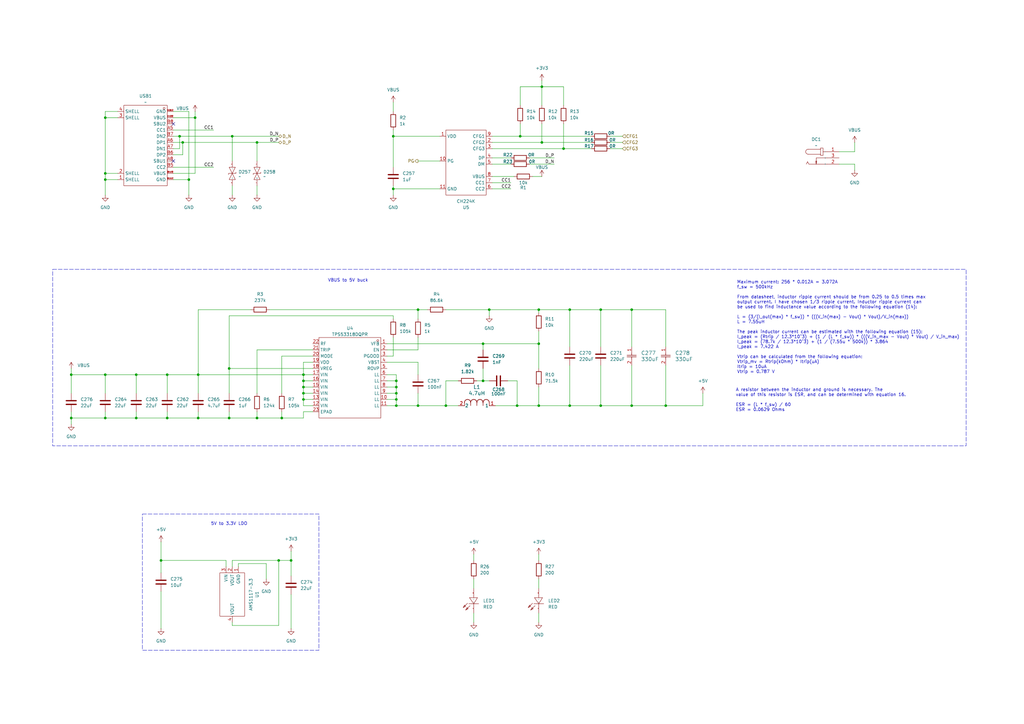
<source format=kicad_sch>
(kicad_sch (version 20250114) (generator "eeschema") (generator_version "9.0")
  (paper "A3")
  (lib_symbols
    (symbol "Device:C" (pin_numbers (hide yes)) (pin_names (offset 0.254))
      (property "Reference" "C" (at 0.635 2.54 0))
      (property "Value" "C" (at 0.635 -2.54 0))
      (symbol "C_1_1"
        (pin passive line (at 0 3.81 270) (length 2.794) (name "~") (number "1"))
        (pin passive line (at 0 -3.81 90) (length 2.794) (name "~") (number "2"))
      )
    )
    (symbol "Device:R" (pin_numbers (hide yes)) (pin_names (offset 0))
      (property "Reference" "R" (at 2.032 0 90))
      (property "Value" "R" (at 0 0 90))
      (symbol "R_1_1"
        (pin passive line (at 0 3.81 270) (length 1.27) (name "~") (number "1"))
        (pin passive line (at 0 -3.81 90) (length 1.27) (name "~") (number "2"))
      )
    )
    (symbol "led_matrix:293D337X9010E2TE3" (pin_names (offset 0.254))
      (property "Reference" "C" (at 3.81 3.81 0))
      (property "Value" "330uF" (at 3.81 -3.81 0))
      (symbol "293D337X9010E2TE3_1_1"
        (pin unspecified line (at 0 0 0) (length 2.54) (name "") (number "1"))
        (pin unspecified line (at 7.62 0 180) (length 2.54) (name "") (number "2"))
      )
      (symbol "293D337X9010E2TE3_1_2"
        (pin unspecified line (at 0 0 270) (length 2.54) (name "") (number "1"))
        (pin unspecified line (at 0 -7.62 90) (length 2.54) (name "") (number "2"))
      )
    )
    (symbol "led_matrix:AMS1117-3.3"
      (property "Reference" "U" (at 0 8.636 0))
      (property "Value" "AMS1117-3.3" (at 0.508 6.35 0))
      (symbol "AMS1117-3.3_1_0"
        (pin unspecified line (at -11.43 2.54 0) (length 2.54) (name "GND") (number "1"))
        (pin unspecified line (at -11.43 0 0) (length 2.54) (name "VOUT") (number "2"))
        (pin unspecified line (at -11.43 -2.54 0) (length 2.54) (name "VIN") (number "3"))
        (pin unspecified line (at 11.43 0 180) (length 2.54) (name "VOUT") (number "4"))
      )
    )
    (symbol "led_matrix:CH224K"
      (property "Reference" "U" (at -1.016 16.256 0))
      (property "Value" "CH224K" (at -0.508 14.224 0))
      (symbol "CH224K_1_0"
        (pin unspecified line (at -11.43 10.16 0) (length 2.54) (name "CFG1") (number "9"))
        (pin unspecified line (at -11.43 7.62 0) (length 2.54) (name "CFG2") (number "2"))
        (pin unspecified line (at -11.43 5.08 0) (length 2.54) (name "CFG3") (number "3"))
        (pin unspecified line (at -11.43 1.27 0) (length 2.54) (name "DP") (number "4"))
        (pin unspecified line (at -11.43 -1.27 0) (length 2.54) (name "DM") (number "5"))
        (pin unspecified line (at -11.43 -6.35 0) (length 2.54) (name "VBUS") (number "8"))
        (pin unspecified line (at -11.43 -8.89 0) (length 2.54) (name "CC1") (number "7"))
        (pin unspecified line (at -11.43 -11.43 0) (length 2.54) (name "CC2") (number "6"))
        (pin unspecified line (at 10.16 10.16 180) (length 2.54) (name "VDD") (number "1"))
        (pin unspecified line (at 10.16 0 180) (length 2.54) (name "PG") (number "10"))
        (pin unspecified line (at 10.16 -11.43 180) (length 2.54) (name "GND") (number "11"))
      )
    )
    (symbol "led_matrix:DC-005-5A-2.5-SMT"
      (property "Reference" "DC" (at 0 0 0))
      (symbol "DC-005-5A-2.5-SMT_1_0"
        (pin unspecified line (at 7.62 2.54 180) (length 5.08) (name "1") (number "1"))
        (pin unspecified line (at 7.62 0 180) (length 5.08) (name "3") (number "3"))
        (pin unspecified line (at 7.62 -2.54 180) (length 5.08) (name "2") (number "2"))
      )
    )
    (symbol "led_matrix:GT-USB-7047A"
      (property "Reference" "USB" (at 0 0 0))
      (symbol "GT-USB-7047A_1_0"
        (pin unspecified line (at -12.7 15.24 0) (length 2.54) (name "GND") (number "A1B12"))
        (pin unspecified line (at -12.7 12.7 0) (length 2.54) (name "VBUS") (number "A4B9"))
        (pin unspecified line (at -12.7 10.16 0) (length 2.54) (name "SBU2") (number "B8"))
        (pin unspecified line (at -12.7 7.62 0) (length 2.54) (name "CC1") (number "A5"))
        (pin unspecified line (at -12.7 5.08 0) (length 2.54) (name "DN2") (number "B7"))
        (pin unspecified line (at -12.7 2.54 0) (length 2.54) (name "DP1") (number "A6"))
        (pin unspecified line (at -12.7 0 0) (length 2.54) (name "DN1") (number "A7"))
        (pin unspecified line (at -12.7 -2.54 0) (length 2.54) (name "DP2") (number "B6"))
        (pin unspecified line (at -12.7 -5.08 0) (length 2.54) (name "SBU1") (number "A8"))
        (pin unspecified line (at -12.7 -7.62 0) (length 2.54) (name "CC2") (number "B5"))
        (pin unspecified line (at -12.7 -10.16 0) (length 2.54) (name "VBUS") (number "B4A9"))
        (pin unspecified line (at -12.7 -12.7 0) (length 2.54) (name "GND") (number "B1A12"))
        (pin unspecified line (at 10.16 15.24 180) (length 2.54) (name "SHELL") (number "4"))
        (pin unspecified line (at 10.16 12.7 180) (length 2.54) (name "SHELL") (number "3"))
        (pin unspecified line (at 10.16 -10.16 180) (length 2.54) (name "SHELL") (number "2"))
        (pin unspecified line (at 10.16 -12.7 180) (length 2.54) (name "SHELL") (number "1"))
      )
    )
    (symbol "led_matrix:KT-0603R"
      (property "Reference" "LED" (at 0 7.874 0))
      (property "Value" "RED" (at 0 5.842 0))
      (symbol "KT-0603R_1_0"
        (pin unspecified line (at -5.08 0 0) (length 3.81) (name "K") (number "1"))
        (pin unspecified line (at 5.08 0 180) (length 3.81) (name "A") (number "2"))
      )
    )
    (symbol "led_matrix:LESD5D5.0CT1G"
      (property "Reference" "D" (at -0.508 3.048 0))
      (symbol "LESD5D5.0CT1G_1_0"
        (pin unspecified line (at -5.08 0 0) (length 2.54) (name "1") (number "1"))
        (pin unspecified line (at 5.08 0 180) (length 2.54) (name "2") (number "2"))
      )
    )
    (symbol "led_matrix:SRP1250-4R7M" (pin_names (offset 0.254))
      (property "Reference" "L" (at 6.985 5.08 0))
      (property "Value" "4.7uH" (at 6.985 -2.54 0))
      (symbol "SRP1250-4R7M_1_1"
        (pin unspecified line (at 0 0 0) (length 2.54) (name "2") (number "2"))
        (pin unspecified line (at 15.24 0 180) (length 2.54) (name "1") (number "1"))
      )
      (symbol "SRP1250-4R7M_1_2"
        (pin unspecified line (at 0 15.24 270) (length 2.54) (name "1") (number "1"))
        (pin unspecified line (at 0 0 90) (length 2.54) (name "2") (number "2"))
      )
    )
    (symbol "led_matrix:TPS53318DQPR"
      (property "Reference" "U" (at 0 0 0))
      (symbol "TPS53318DQPR_1_0"
        (pin unspecified line (at -15.24 12.7 0) (length 2.54) (name "VFB") (number "1"))
        (pin unspecified line (at -15.24 10.16 0) (length 2.54) (name "EN") (number "2"))
        (pin unspecified line (at -15.24 7.62 0) (length 2.54) (name "PGOOD") (number "3"))
        (pin unspecified line (at -15.24 5.08 0) (length 2.54) (name "VBST") (number "4"))
        (pin unspecified line (at -15.24 2.54 0) (length 2.54) (name "ROVP") (number "5"))
        (pin unspecified line (at -15.24 0 0) (length 2.54) (name "LL") (number "6"))
        (pin unspecified line (at -15.24 -2.54 0) (length 2.54) (name "LL") (number "7"))
        (pin unspecified line (at -15.24 -5.08 0) (length 2.54) (name "LL") (number "8"))
        (pin unspecified line (at -15.24 -7.62 0) (length 2.54) (name "LL") (number "9"))
        (pin unspecified line (at -15.24 -10.16 0) (length 2.54) (name "LL") (number "10"))
        (pin unspecified line (at -15.24 -12.7 0) (length 2.54) (name "LL") (number "11"))
        (pin unspecified line (at 15.24 12.7 180) (length 2.54) (name "RF") (number "22"))
        (pin unspecified line (at 15.24 10.16 180) (length 2.54) (name "TRIP") (number "21"))
        (pin unspecified line (at 15.24 7.62 180) (length 2.54) (name "MODE") (number "20"))
        (pin unspecified line (at 15.24 5.08 180) (length 2.54) (name "VDD") (number "19"))
        (pin unspecified line (at 15.24 2.54 180) (length 2.54) (name "VREG") (number "18"))
        (pin unspecified line (at 15.24 0 180) (length 2.54) (name "VIN") (number "17"))
        (pin unspecified line (at 15.24 -2.54 180) (length 2.54) (name "VIN") (number "16"))
        (pin unspecified line (at 15.24 -5.08 180) (length 2.54) (name "VIN") (number "15"))
        (pin unspecified line (at 15.24 -7.62 180) (length 2.54) (name "VIN") (number "14"))
        (pin unspecified line (at 15.24 -10.16 180) (length 2.54) (name "VIN") (number "13"))
        (pin unspecified line (at 15.24 -12.7 180) (length 2.54) (name "VIN") (number "12"))
        (pin unspecified line (at 15.24 -15.24 180) (length 2.54) (name "EPAD") (number "23"))
      )
    )
    (symbol "power:+3V3" (power) (pin_numbers (hide yes)) (pin_names (offset 0) (hide yes))
      (property "Value" "+3V3" (at 0 3.556 0))
      (symbol "+3V3_1_1"
        (pin power_in line (at 0 0 90) (length 0) (name "~") (number "1"))
      )
    )
    (symbol "power:+5V" (power) (pin_numbers (hide yes)) (pin_names (offset 0) (hide yes))
      (property "Value" "+5V" (at 0 3.556 0))
      (symbol "+5V_1_1"
        (pin power_in line (at 0 0 90) (length 0) (name "~") (number "1"))
      )
    )
    (symbol "power:GND" (power) (pin_numbers (hide yes)) (pin_names (offset 0) (hide yes))
      (property "Value" "GND" (at 0 -3.81 0))
      (symbol "GND_1_1"
        (pin power_in line (at 0 0 270) (length 0) (name "~") (number "1"))
      )
    )
  )
  (rectangle (start 58.42 210.82) (end 130.81 266.7) (stroke (width 0) (type dash)))
  (rectangle (start 21.59 110.49) (end 396.24 182.88) (stroke (width 0) (type dash)))
  (text "5V to 3.3V LDO" (at 93.98 214.884 0) (effects (font (size 1.27 1.27))))
  (text "Maximum current: 256 * 0.012A = 3.072A\nf_sw = 500kHz\n\nFrom datasheet, inductor ripple current should be from 0.25 to 0.5 times max\noutput current. I have chosen 1/3 ripple current. Inductor ripple current can \nbe used to find inductance value according to the following equation (14):\n\nL = (3/(I_out(max) * f_sw)) * (((V_in(max) - Vout) * Vout)/V_in(max))\nL = 7.55uH\n\nThe peak inductor current can be estimated with the following equation (15):\nI_peak = (Rtrip / 12.3*10^3) + (1 / (L * f_sw)) * (((V_in_max - Vout) * Vout) / V_in_max)\nI_peak = (78.7k / 12.3*10^3) + (1 / (7.55u * 500k)) * 3.864\nI_peak = 7.422 A\n\nVtrip can be calculated from the following equation:\nVtrip_mv = Rtrip(kOhm) * Itrip(uA)\nItrip = 10uA\nVtrip = 0.787 V" (at 302.26 115.062 0) (effects (font (size 1.27 1.27)) (justify left top)))
  (text "A resistor between the inductor and ground is necessary. The \nvalue of this resistor is ESR, and can be determined with equation 16.\n\nESR = (L * f_sw) / 60\nESR = 0.0629 Ohms" (at 301.752 159.258 0) (effects (font (size 1.27 1.27)) (justify left top)))
  (text "VBUS to 5V buck" (at 142.748 115.062 0) (effects (font (size 1.27 1.27))))
  (junction (at 43.18 171.45))
  (junction (at 222.25 35.56))
  (junction (at 162.56 158.75))
  (junction (at 66.04 229.87))
  (junction (at 220.98 140.97))
  (junction (at 105.41 58.42))
  (junction (at 74.93 58.42))
  (junction (at 81.28 153.67))
  (junction (at 212.09 166.37))
  (junction (at 198.12 156.21))
  (junction (at 198.12 140.97))
  (junction (at 43.18 48.26))
  (junction (at 119.38 229.87))
  (junction (at 43.18 73.66))
  (junction (at 124.46 156.21))
  (junction (at 161.29 55.88))
  (junction (at 231.14 60.96))
  (junction (at 105.41 171.45))
  (junction (at 220.98 166.37))
  (junction (at 124.46 163.83))
  (junction (at 77.47 73.66))
  (junction (at 259.08 166.37))
  (junction (at 29.21 171.45))
  (junction (at 162.56 161.29))
  (junction (at 182.88 166.37))
  (junction (at 220.98 127))
  (junction (at 162.56 163.83))
  (junction (at 80.01 48.26))
  (junction (at 124.46 158.75))
  (junction (at 43.18 153.67))
  (junction (at 55.88 171.45))
  (junction (at 81.28 171.45))
  (junction (at 246.38 127))
  (junction (at 246.38 166.37))
  (junction (at 95.25 55.88))
  (junction (at 171.45 166.37))
  (junction (at 213.36 55.88))
  (junction (at 200.66 127))
  (junction (at 93.98 151.13))
  (junction (at 233.68 166.37))
  (junction (at 222.25 58.42))
  (junction (at 162.56 156.21))
  (junction (at 273.05 166.37))
  (junction (at 55.88 153.67))
  (junction (at 114.3 229.87))
  (junction (at 171.45 127))
  (junction (at 43.18 71.12))
  (junction (at 233.68 127))
  (junction (at 93.98 171.45))
  (junction (at 68.58 153.67))
  (junction (at 73.66 55.88))
  (junction (at 124.46 161.29))
  (junction (at 162.56 166.37))
  (junction (at 29.21 153.67))
  (junction (at 115.57 171.45))
  (junction (at 124.46 153.67))
  (junction (at 259.08 127))
  (junction (at 161.29 77.47))
  (junction (at 68.58 171.45))
  (no_connect (at 71.12 66.04))
  (no_connect (at 71.12 50.8))
  (wire (pts (xy 74.93 63.5) (xy 74.93 58.42)))
  (wire (pts (xy 81.28 153.67) (xy 124.46 153.67)))
  (wire (pts (xy 66.04 242.57) (xy 66.04 257.81)))
  (wire (pts (xy 114.3 229.87) (xy 119.38 229.87)))
  (wire (pts (xy 68.58 153.67) (xy 68.58 161.29)))
  (wire (pts (xy 198.12 140.97) (xy 220.98 140.97)))
  (wire (pts (xy 71.12 45.72) (xy 77.47 45.72)))
  (wire (pts (xy 55.88 153.67) (xy 68.58 153.67)))
  (wire (pts (xy 203.2 166.37) (xy 212.09 166.37)))
  (wire (pts (xy 43.18 168.91) (xy 43.18 171.45)))
  (wire (pts (xy 124.46 153.67) (xy 128.27 153.67)))
  (wire (pts (xy 119.38 229.87) (xy 119.38 236.22)))
  (wire (pts (xy 128.27 156.21) (xy 124.46 156.21)))
  (wire (pts (xy 80.01 48.26) (xy 71.12 48.26)))
  (wire (pts (xy 119.38 226.06) (xy 119.38 229.87)))
  (wire (pts (xy 182.88 127) (xy 200.66 127)))
  (wire (pts (xy 158.75 161.29) (xy 162.56 161.29)))
  (wire (pts (xy 29.21 153.67) (xy 43.18 153.67)))
  (wire (pts (xy 95.25 229.87) (xy 114.3 229.87)))
  (wire (pts (xy 71.12 71.12) (xy 80.01 71.12)))
  (wire (pts (xy 128.27 148.59) (xy 124.46 148.59)))
  (wire (pts (xy 231.14 60.96) (xy 242.57 60.96)))
  (wire (pts (xy 246.38 166.37) (xy 259.08 166.37)))
  (wire (pts (xy 187.96 156.21) (xy 182.88 156.21)))
  (wire (pts (xy 29.21 171.45) (xy 29.21 173.99)))
  (wire (pts (xy 350.52 67.31) (xy 350.52 69.85)))
  (wire (pts (xy 29.21 171.45) (xy 43.18 171.45)))
  (wire (pts (xy 222.25 50.8) (xy 222.25 58.42)))
  (wire (pts (xy 97.79 232.41) (xy 97.79 231.14)))
  (wire (pts (xy 128.27 166.37) (xy 124.46 166.37)))
  (wire (pts (xy 220.98 127) (xy 233.68 127)))
  (wire (pts (xy 195.58 156.21) (xy 198.12 156.21)))
  (wire (pts (xy 222.25 35.56) (xy 213.36 35.56)))
  (wire (pts (xy 95.25 76.2) (xy 95.25 80.01)))
  (wire (pts (xy 81.28 168.91) (xy 81.28 171.45)))
  (wire (pts (xy 344.17 67.31) (xy 350.52 67.31)))
  (wire (pts (xy 68.58 171.45) (xy 81.28 171.45)))
  (wire (pts (xy 161.29 76.2) (xy 161.29 77.47)))
  (wire (pts (xy 115.57 161.29) (xy 115.57 146.05)))
  (wire (pts (xy 201.93 58.42) (xy 222.25 58.42)))
  (wire (pts (xy 124.46 161.29) (xy 124.46 158.75)))
  (wire (pts (xy 171.45 127) (xy 171.45 130.81)))
  (wire (pts (xy 198.12 140.97) (xy 198.12 143.51)))
  (wire (pts (xy 77.47 45.72) (xy 77.47 73.66)))
  (wire (pts (xy 220.98 127) (xy 200.66 127)))
  (wire (pts (xy 171.45 161.29) (xy 171.45 166.37)))
  (wire (pts (xy 95.25 55.88) (xy 95.25 66.04)))
  (wire (pts (xy 77.47 73.66) (xy 71.12 73.66)))
  (wire (pts (xy 171.45 143.51) (xy 171.45 138.43)))
  (wire (pts (xy 71.12 63.5) (xy 74.93 63.5)))
  (wire (pts (xy 55.88 153.67) (xy 55.88 161.29)))
  (wire (pts (xy 95.25 255.27) (xy 95.25 256.54)))
  (wire (pts (xy 158.75 163.83) (xy 162.56 163.83)))
  (wire (pts (xy 80.01 45.72) (xy 80.01 48.26)))
  (wire (pts (xy 87.63 68.58) (xy 71.12 68.58)))
  (wire (pts (xy 194.31 251.46) (xy 194.31 255.27)))
  (wire (pts (xy 97.79 231.14) (xy 109.22 231.14)))
  (wire (pts (xy 92.71 229.87) (xy 92.71 232.41)))
  (wire (pts (xy 124.46 158.75) (xy 124.46 156.21)))
  (wire (pts (xy 66.04 229.87) (xy 92.71 229.87)))
  (wire (pts (xy 114.3 229.87) (xy 114.3 256.54)))
  (wire (pts (xy 74.93 58.42) (xy 71.12 58.42)))
  (wire (pts (xy 115.57 168.91) (xy 115.57 171.45)))
  (wire (pts (xy 217.17 64.77) (xy 227.33 64.77)))
  (wire (pts (xy 217.17 67.31) (xy 227.33 67.31)))
  (wire (pts (xy 162.56 163.83) (xy 162.56 161.29)))
  (wire (pts (xy 55.88 171.45) (xy 43.18 171.45)))
  (wire (pts (xy 162.56 166.37) (xy 171.45 166.37)))
  (wire (pts (xy 161.29 55.88) (xy 161.29 68.58)))
  (wire (pts (xy 105.41 58.42) (xy 105.41 66.04)))
  (wire (pts (xy 222.25 35.56) (xy 222.25 43.18)))
  (wire (pts (xy 222.25 72.39) (xy 218.44 72.39)))
  (wire (pts (xy 250.19 55.88) (xy 255.27 55.88)))
  (wire (pts (xy 162.56 166.37) (xy 162.56 163.83)))
  (wire (pts (xy 233.68 166.37) (xy 246.38 166.37)))
  (wire (pts (xy 158.75 148.59) (xy 171.45 148.59)))
  (wire (pts (xy 233.68 127) (xy 246.38 127)))
  (wire (pts (xy 128.27 163.83) (xy 124.46 163.83)))
  (wire (pts (xy 259.08 142.24) (xy 259.08 127)))
  (wire (pts (xy 158.75 143.51) (xy 171.45 143.51)))
  (wire (pts (xy 48.26 45.72) (xy 43.18 45.72)))
  (wire (pts (xy 93.98 171.45) (xy 105.41 171.45)))
  (wire (pts (xy 273.05 127) (xy 259.08 127)))
  (wire (pts (xy 115.57 171.45) (xy 124.46 171.45)))
  (wire (pts (xy 220.98 128.27) (xy 220.98 127)))
  (wire (pts (xy 161.29 55.88) (xy 180.34 55.88)))
  (wire (pts (xy 115.57 146.05) (xy 128.27 146.05)))
  (wire (pts (xy 162.56 156.21) (xy 162.56 153.67)))
  (wire (pts (xy 250.19 58.42) (xy 255.27 58.42)))
  (wire (pts (xy 222.25 58.42) (xy 242.57 58.42)))
  (wire (pts (xy 182.88 166.37) (xy 187.96 166.37)))
  (wire (pts (xy 246.38 127) (xy 246.38 142.24)))
  (wire (pts (xy 222.25 33.02) (xy 222.25 35.56)))
  (wire (pts (xy 220.98 227.33) (xy 220.98 229.87)))
  (wire (pts (xy 80.01 48.26) (xy 80.01 71.12)))
  (wire (pts (xy 105.41 76.2) (xy 105.41 80.01)))
  (wire (pts (xy 43.18 45.72) (xy 43.18 48.26)))
  (wire (pts (xy 288.29 161.29) (xy 288.29 166.37)))
  (wire (pts (xy 128.27 161.29) (xy 124.46 161.29)))
  (wire (pts (xy 233.68 149.86) (xy 233.68 166.37)))
  (wire (pts (xy 119.38 243.84) (xy 119.38 257.81)))
  (wire (pts (xy 201.93 67.31) (xy 209.55 67.31)))
  (wire (pts (xy 231.14 35.56) (xy 222.25 35.56)))
  (wire (pts (xy 93.98 161.29) (xy 93.98 151.13)))
  (wire (pts (xy 73.66 55.88) (xy 95.25 55.88)))
  (wire (pts (xy 194.31 237.49) (xy 194.31 241.3)))
  (wire (pts (xy 29.21 151.13) (xy 29.21 153.67)))
  (wire (pts (xy 182.88 156.21) (xy 182.88 166.37)))
  (wire (pts (xy 128.27 158.75) (xy 124.46 158.75)))
  (wire (pts (xy 109.22 231.14) (xy 109.22 237.49)))
  (wire (pts (xy 171.45 66.04) (xy 180.34 66.04)))
  (wire (pts (xy 259.08 149.86) (xy 259.08 166.37)))
  (wire (pts (xy 220.98 251.46) (xy 220.98 255.27)))
  (wire (pts (xy 161.29 146.05) (xy 161.29 138.43)))
  (wire (pts (xy 48.26 73.66) (xy 43.18 73.66)))
  (wire (pts (xy 231.14 50.8) (xy 231.14 60.96)))
  (wire (pts (xy 68.58 168.91) (xy 68.58 171.45)))
  (wire (pts (xy 124.46 166.37) (xy 124.46 163.83)))
  (wire (pts (xy 95.25 55.88) (xy 114.3 55.88)))
  (wire (pts (xy 246.38 149.86) (xy 246.38 166.37)))
  (wire (pts (xy 201.93 64.77) (xy 209.55 64.77)))
  (wire (pts (xy 212.09 156.21) (xy 212.09 166.37)))
  (wire (pts (xy 66.04 222.25) (xy 66.04 229.87)))
  (wire (pts (xy 124.46 156.21) (xy 124.46 153.67)))
  (wire (pts (xy 73.66 60.96) (xy 71.12 60.96)))
  (wire (pts (xy 162.56 158.75) (xy 162.56 156.21)))
  (wire (pts (xy 105.41 171.45) (xy 115.57 171.45)))
  (wire (pts (xy 208.28 156.21) (xy 212.09 156.21)))
  (wire (pts (xy 201.93 74.93) (xy 209.55 74.93)))
  (wire (pts (xy 29.21 153.67) (xy 29.21 161.29)))
  (wire (pts (xy 210.82 72.39) (xy 201.93 72.39)))
  (wire (pts (xy 158.75 140.97) (xy 198.12 140.97)))
  (wire (pts (xy 105.41 161.29) (xy 105.41 143.51)))
  (wire (pts (xy 93.98 151.13) (xy 128.27 151.13)))
  (wire (pts (xy 231.14 43.18) (xy 231.14 35.56)))
  (wire (pts (xy 29.21 168.91) (xy 29.21 171.45)))
  (wire (pts (xy 81.28 127) (xy 102.87 127)))
  (wire (pts (xy 87.63 53.34) (xy 71.12 53.34)))
  (wire (pts (xy 201.93 77.47) (xy 209.55 77.47)))
  (wire (pts (xy 162.56 161.29) (xy 162.56 158.75)))
  (wire (pts (xy 161.29 130.81) (xy 161.29 129.54)))
  (wire (pts (xy 81.28 153.67) (xy 81.28 161.29)))
  (wire (pts (xy 43.18 48.26) (xy 43.18 71.12)))
  (wire (pts (xy 201.93 60.96) (xy 231.14 60.96)))
  (wire (pts (xy 246.38 127) (xy 259.08 127)))
  (wire (pts (xy 213.36 50.8) (xy 213.36 55.88)))
  (wire (pts (xy 124.46 163.83) (xy 124.46 161.29)))
  (wire (pts (xy 220.98 135.89) (xy 220.98 140.97)))
  (wire (pts (xy 158.75 158.75) (xy 162.56 158.75)))
  (wire (pts (xy 162.56 153.67) (xy 158.75 153.67)))
  (wire (pts (xy 128.27 168.91) (xy 124.46 168.91)))
  (wire (pts (xy 95.25 232.41) (xy 95.25 229.87)))
  (wire (pts (xy 212.09 166.37) (xy 220.98 166.37)))
  (wire (pts (xy 77.47 80.01) (xy 77.47 73.66)))
  (wire (pts (xy 350.52 58.42) (xy 350.52 62.23)))
  (wire (pts (xy 43.18 80.01) (xy 43.18 73.66)))
  (wire (pts (xy 81.28 127) (xy 81.28 153.67)))
  (wire (pts (xy 220.98 166.37) (xy 233.68 166.37)))
  (wire (pts (xy 273.05 149.86) (xy 273.05 166.37)))
  (wire (pts (xy 200.66 129.54) (xy 200.66 127)))
  (wire (pts (xy 158.75 156.21) (xy 162.56 156.21)))
  (wire (pts (xy 105.41 58.42) (xy 114.3 58.42)))
  (wire (pts (xy 220.98 237.49) (xy 220.98 241.3)))
  (wire (pts (xy 95.25 256.54) (xy 114.3 256.54)))
  (wire (pts (xy 158.75 166.37) (xy 162.56 166.37)))
  (wire (pts (xy 66.04 234.95) (xy 66.04 229.87)))
  (wire (pts (xy 194.31 227.33) (xy 194.31 229.87)))
  (wire (pts (xy 93.98 129.54) (xy 93.98 151.13)))
  (wire (pts (xy 198.12 151.13) (xy 198.12 156.21)))
  (wire (pts (xy 68.58 153.67) (xy 81.28 153.67)))
  (wire (pts (xy 198.12 156.21) (xy 200.66 156.21)))
  (wire (pts (xy 93.98 171.45) (xy 81.28 171.45)))
  (wire (pts (xy 161.29 41.91) (xy 161.29 45.72)))
  (wire (pts (xy 171.45 127) (xy 175.26 127)))
  (wire (pts (xy 220.98 158.75) (xy 220.98 166.37)))
  (wire (pts (xy 233.68 142.24) (xy 233.68 127)))
  (wire (pts (xy 105.41 143.51) (xy 128.27 143.51)))
  (wire (pts (xy 48.26 48.26) (xy 43.18 48.26)))
  (wire (pts (xy 158.75 146.05) (xy 161.29 146.05)))
  (wire (pts (xy 259.08 166.37) (xy 273.05 166.37)))
  (wire (pts (xy 74.93 58.42) (xy 105.41 58.42)))
  (wire (pts (xy 124.46 148.59) (xy 124.46 153.67)))
  (wire (pts (xy 250.19 60.96) (xy 255.27 60.96)))
  (wire (pts (xy 43.18 153.67) (xy 55.88 153.67)))
  (wire (pts (xy 55.88 168.91) (xy 55.88 171.45)))
  (wire (pts (xy 213.36 35.56) (xy 213.36 43.18)))
  (wire (pts (xy 43.18 73.66) (xy 43.18 71.12)))
  (wire (pts (xy 43.18 71.12) (xy 48.26 71.12)))
  (wire (pts (xy 344.17 62.23) (xy 350.52 62.23)))
  (wire (pts (xy 273.05 142.24) (xy 273.05 127)))
  (wire (pts (xy 110.49 127) (xy 171.45 127)))
  (wire (pts (xy 105.41 168.91) (xy 105.41 171.45)))
  (wire (pts (xy 71.12 55.88) (xy 73.66 55.88)))
  (wire (pts (xy 73.66 55.88) (xy 73.66 60.96)))
  (wire (pts (xy 171.45 148.59) (xy 171.45 153.67)))
  (wire (pts (xy 93.98 168.91) (xy 93.98 171.45)))
  (wire (pts (xy 273.05 166.37) (xy 288.29 166.37)))
  (wire (pts (xy 161.29 129.54) (xy 93.98 129.54)))
  (wire (pts (xy 220.98 140.97) (xy 220.98 151.13)))
  (wire (pts (xy 161.29 77.47) (xy 180.34 77.47)))
  (wire (pts (xy 161.29 80.01) (xy 161.29 77.47)))
  (wire (pts (xy 213.36 55.88) (xy 242.57 55.88)))
  (wire (pts (xy 124.46 168.91) (xy 124.46 171.45)))
  (wire (pts (xy 43.18 153.67) (xy 43.18 161.29)))
  (wire (pts (xy 161.29 53.34) (xy 161.29 55.88)))
  (wire (pts (xy 55.88 171.45) (xy 68.58 171.45)))
  (wire (pts (xy 171.45 166.37) (xy 182.88 166.37)))
  (wire (pts (xy 201.93 55.88) (xy 213.36 55.88)))
  (label "CC2" (at 209.55 77.47 180))
  (label "D_P" (at 114.3 58.42 180))
  (label "D_N" (at 114.3 55.88 180))
  (label "CC1" (at 87.63 53.34 180))
  (label "D_N" (at 227.33 67.31 180))
  (label "D_P" (at 227.33 64.77 180))
  (label "CC1" (at 209.55 74.93 180))
  (label "CC2" (at 87.63 68.58 180))
  (hierarchical_label "CFG2" (shape input) (at 255.27 58.42 0))
  (hierarchical_label "D_P" (shape bidirectional) (at 114.3 58.42 0))
  (hierarchical_label "CFG3" (shape input) (at 255.27 60.96 0))
  (hierarchical_label "D_N" (shape bidirectional) (at 114.3 55.88 0))
  (hierarchical_label "PG" (shape output) (at 171.45 66.04 180))
  (hierarchical_label "CFG1" (shape input) (at 255.27 55.88 0))
  (symbol (lib_id "Device:R") (at 161.29 49.53 0) (unit 1)
    (property "Reference" "R2" (at 163.83 48.2599 0) (effects (justify left)))
    (property "Value" "1k" (at 163.83 50.7999 0) (effects (justify left)))
    (property "Footprint" "Resistor_SMD:R_0402_1005Metric_Pad0.72x0.64mm_HandSolder" (effects (hide yes)))
    (property "Description" "Resistor" (effects (hide yes)))
    (property "LCSC Part Name" "C11702" (effects (hide yes)))
  )
  (symbol (lib_id "Device:R") (at 231.14 46.99 180) (unit 1)
    (property "Reference" "R13" (at 233.68 45.7199 0) (effects (justify right)))
    (property "Value" "10k" (at 233.68 48.2599 0) (effects (justify right)))
    (property "Footprint" "Resistor_SMD:R_0603_1608Metric_Pad0.98x0.95mm_HandSolder" (effects (hide yes)))
    (property "Description" "Resistor" (effects (hide yes)))
    (property "LCSC Part Name" "C25804" (effects (hide yes)))
  )
  (symbol (lib_id "Device:R") (at 191.77 156.21 270) (unit 1)
    (property "Reference" "R9" (at 191.77 149.86 90))
    (property "Value" "1.82k" (at 191.77 152.4 90))
    (property "Footprint" "Resistor_SMD:R_0603_1608Metric_Pad0.98x0.95mm_HandSolder" (effects (hide yes)))
    (property "Description" "Resistor" (effects (hide yes)))
    (property "LCSC Part Name" "C25958" (effects (hide yes)))
  )
  (symbol (lib_id "Device:R") (at 213.36 64.77 270) (unit 1)
    (property "Reference" "R22" (at 208.28 63.5 90))
    (property "Value" "0R" (at 217.932 63.5 90))
    (property "Footprint" "Resistor_SMD:R_0603_1608Metric_Pad0.98x0.95mm_HandSolder" (effects (hide yes)))
    (property "Description" "Resistor" (effects (hide yes)))
    (property "LCSC Part Name" "C15402" (effects (hide yes)))
  )
  (symbol (lib_id "Device:R") (at 106.68 127 270) (unit 1)
    (property "Reference" "R3" (at 106.68 120.65 90))
    (property "Value" "237k" (at 106.68 123.19 90))
    (property "Footprint" "Resistor_SMD:R_0603_1608Metric_Pad0.98x0.95mm_HandSolder" (effects (hide yes)))
    (property "Description" "Resistor" (effects (hide yes)))
    (property "LCSC Part Name" "C22914" (effects (hide yes)))
  )
  (symbol (lib_id "Device:C") (at 68.58 165.1 0) (unit 1)
    (property "Reference" "C262" (at 72.39 163.8299 0) (effects (justify left)))
    (property "Value" "22uF" (at 72.39 166.3699 0) (effects (justify left)))
    (property "Footprint" "Capacitor_SMD:C_1206_3216Metric_Pad1.33x1.80mm_HandSolder" (effects (hide yes)))
    (property "Description" "Unpolarized capacitor" (effects (hide yes)))
    (property "LCSC Part Name" "C12891" (effects (hide yes)))
  )
  (symbol (lib_id "Device:R") (at 220.98 154.94 180) (unit 1)
    (property "Reference" "R10" (at 223.52 153.6699 0) (effects (justify right)))
    (property "Value" "71.5k" (at 223.52 156.2099 0) (effects (justify right)))
    (property "Footprint" "Resistor_SMD:R_0603_1608Metric_Pad0.98x0.95mm_HandSolder" (effects (hide yes)))
    (property "Description" "Resistor" (effects (hide yes)))
    (property "LCSC Part Name" "C304779" (effects (hide yes)))
  )
  (symbol (lib_id "Device:R") (at 214.63 72.39 270) (unit 1)
    (property "Reference" "R1" (at 214.63 76.962 90))
    (property "Value" "10k" (at 214.63 74.93 90))
    (property "Footprint" "Resistor_SMD:R_0603_1608Metric_Pad0.98x0.95mm_HandSolder" (effects (hide yes)))
    (property "Description" "Resistor" (effects (hide yes)))
    (property "LCSC Part Name" "C25804" (effects (hide yes)))
  )
  (symbol (lib_id "led_matrix:CH224K") (at 190.5 66.04 0) (mirror y) (unit 1)
    (property "Reference" "U5" (at 191.135 85.09 0))
    (property "Value" "CH224K" (at 191.135 82.55 0))
    (property "Footprint" "led_matrix:ESSOP-10_L4.9-W3.9-P1.0-LS6.0-TL-EP" (effects (hide yes)))
    (property "Datasheet" "https://atta.szlcsc.com/upload/public/pdf/source/20240313/43C2AFDDBDD1F65B60386D2CCAB0811B.pdf" (effects (hide yes)))
    (property "Manufacturer Part" "CH224K" (effects (hide yes)))
    (property "Manufacturer" "WCH(南京沁恒)" (effects (hide yes)))
    (property "Supplier Part" "C970725" (effects (hide yes)))
    (property "Supplier" "LCSC" (effects (hide yes)))
    (property "LCSC Part Name" "C970725" (effects (hide yes)))
  )
  (symbol (lib_id "led_matrix:LESD5D5.0CT1G") (at 95.25 71.12 270) (unit 1)
    (property "Reference" "D257" (at 97.79 70.4849 90) (effects (justify left)))
    (property "Value" "~" (at 97.79 72.39 90) (effects (justify left)))
    (property "Footprint" "led_matrix:SOD-523_L1.2-W0.8-LS1.6-BI" (effects (hide yes)))
    (property "Datasheet" "https://atta.szlcsc.com/upload/public/pdf/source/20190807/C383211_633DF4B4E2C161403226E5235FE33A1C.pdf" (effects (hide yes)))
    (property "Description" "Polarity:Bidirectional Reverse Stand-Off Voltage (Vrwm):5V Clamping Voltage:18.6V Peak Pulse Current (Ipp):9.4A Voltage - Breakdown:5.6V Type:ESD" (effects (hide yes)))
    (property "Manufacturer Part" "LESD5D5.0CT1G" (effects (hide yes)))
    (property "Manufacturer" "LRC(乐山无线电)" (effects (hide yes)))
    (property "Supplier Part" "C383211" (effects (hide yes)))
    (property "Supplier" "LCSC" (effects (hide yes)))
    (property "LCSC Part Name" "C383211" (effects (hide yes)))
  )
  (symbol (lib_id "Device:R") (at 115.57 165.1 0) (unit 1)
    (property "Reference" "R7" (at 118.11 163.8299 0) (effects (justify left)))
    (property "Value" "105k" (at 118.11 166.3699 0) (effects (justify left)))
    (property "Footprint" "Resistor_SMD:R_0603_1608Metric_Pad0.98x0.95mm_HandSolder" (effects (hide yes)))
    (property "Description" "Resistor" (effects (hide yes)))
    (property "LCSC Part Name" "C3016070" (effects (hide yes)))
  )
  (symbol (lib_id "power:GND") (at 95.25 80.01 0) (unit 1)
    (property "Reference" "#PWR01053" (effects (hide yes)))
    (property "Value" "GND" (at 95.25 85.09 0))
    (property "Description" "Power symbol creates a global label with name \"GND\" , ground" (effects (hide yes)))
  )
  (symbol (lib_id "Device:R") (at 246.38 58.42 270) (unit 1)
    (property "Reference" "R16" (at 241.554 57.404 90))
    (property "Value" "0R" (at 251.206 57.404 90))
    (property "Footprint" "Resistor_SMD:R_0603_1608Metric_Pad0.98x0.95mm_HandSolder" (effects (hide yes)))
    (property "Description" "Resistor" (effects (hide yes)))
    (property "LCSC Part Name" "C15402" (effects (hide yes)))
  )
  (symbol (lib_id "Device:R") (at 161.29 134.62 0) (unit 1)
    (property "Reference" "R8" (at 163.83 133.3499 0) (effects (justify left)))
    (property "Value" "105k" (at 163.83 135.8899 0) (effects (justify left)))
    (property "Footprint" "Resistor_SMD:R_0603_1608Metric_Pad0.98x0.95mm_HandSolder" (effects (hide yes)))
    (property "Description" "Resistor" (effects (hide yes)))
    (property "LCSC Part Name" "C3016070" (effects (hide yes)))
  )
  (symbol (lib_id "Device:C") (at 29.21 165.1 0) (unit 1)
    (property "Reference" "C276" (at 33.02 163.8299 0) (effects (justify left)))
    (property "Value" "22uF" (at 33.02 166.3699 0) (effects (justify left)))
    (property "Footprint" "Capacitor_SMD:C_1206_3216Metric_Pad1.33x1.80mm_HandSolder" (effects (hide yes)))
    (property "Description" "Unpolarized capacitor" (effects (hide yes)))
    (property "LCSC Part Name" "C12891" (effects (hide yes)))
    (property "ESR" "1.893mOhm" (effects (hide yes)))
  )
  (symbol (lib_id "Device:C") (at 81.28 165.1 0) (unit 1)
    (property "Reference" "C265" (at 85.09 163.8299 0) (effects (justify left)))
    (property "Value" "4.7uF" (at 85.09 166.3699 0) (effects (justify left)))
    (property "Footprint" "Capacitor_SMD:C_1206_3216Metric_Pad1.33x1.80mm_HandSolder" (effects (hide yes)))
    (property "Description" "Unpolarized capacitor" (effects (hide yes)))
    (property "LCSC Part Name" "C29823" (effects (hide yes)))
  )
  (symbol (lib_id "Device:C") (at 246.38 146.05 0) (unit 1)
    (property "Reference" "C271" (at 250.19 144.7799 0) (effects (justify left)))
    (property "Value" "220uF" (at 250.19 147.3199 0) (effects (justify left)))
    (property "Footprint" "Capacitor_SMD:C_1206_3216Metric_Pad1.33x1.80mm_HandSolder" (effects (hide yes)))
    (property "Description" "Unpolarized capacitor" (effects (hide yes)))
    (property "MPN" "GRM31CR60J227ME11L" (effects (hide yes)))
  )
  (symbol (lib_id "led_matrix:SRP1250-4R7M") (at 187.96 166.37 0) (unit 1)
    (property "Reference" "L1" (at 195.58 158.75 0) (effects (font (size 1.524 1.524))))
    (property "Value" "4.7uH" (at 195.58 161.29 0) (effects (font (size 1.524 1.524))))
    (property "Footprint" "led_matrix:IND_BOURNS_SRP1250-L" (effects (hide yes)))
    (property "Datasheet" "SRP1250-4R7M" (effects (hide yes)))
    (property "MPN" "SRP1250-4R7M" (effects (hide yes)))
  )
  (symbol (lib_id "power:GND") (at 77.47 80.01 0) (mirror y) (unit 1)
    (property "Reference" "#PWR01073" (effects (hide yes)))
    (property "Value" "GND" (at 77.47 85.09 0))
    (property "Description" "Power symbol creates a global label with name \"GND\" , ground" (effects (hide yes)))
  )
  (symbol (lib_id "power:+3V3") (at 80.01 45.72 0) (mirror y) (unit 1)
    (property "Reference" "#PWR01074" (effects (hide yes)))
    (property "Value" "VBUS" (at 77.47 44.4499 0) (effects (justify left)))
    (property "Description" "Power symbol creates a global label with name \"+3V3\"" (effects (hide yes)))
  )
  (symbol (lib_id "power:+5V") (at 288.29 161.29 0) (unit 1)
    (property "Reference" "#PWR01042" (effects (hide yes)))
    (property "Value" "+5V" (at 288.29 156.21 0))
    (property "Description" "Power symbol creates a global label with name \"+5V\"" (effects (hide yes)))
  )
  (symbol (lib_id "power:+5V") (at 194.31 227.33 0) (unit 1)
    (property "Reference" "#PWR01058" (effects (hide yes)))
    (property "Value" "+5V" (at 194.31 222.25 0))
    (property "Description" "Power symbol creates a global label with name \"+5V\"" (effects (hide yes)))
  )
  (symbol (lib_id "Device:C") (at 93.98 165.1 0) (unit 1)
    (property "Reference" "C266" (at 97.79 163.8299 0) (effects (justify left)))
    (property "Value" "1uF" (at 97.79 166.3699 0) (effects (justify left)))
    (property "Footprint" "Capacitor_SMD:C_0805_2012Metric_Pad1.18x1.45mm_HandSolder" (effects (hide yes)))
    (property "Description" "Unpolarized capacitor" (effects (hide yes)))
    (property "LCSC Part Name" "C28323" (effects (hide yes)))
  )
  (symbol (lib_id "power:GND") (at 200.66 129.54 0) (unit 1)
    (property "Reference" "#PWR01038" (effects (hide yes)))
    (property "Value" "GND" (at 200.66 134.62 0))
    (property "Description" "Power symbol creates a global label with name \"GND\" , ground" (effects (hide yes)))
  )
  (symbol (lib_id "power:GND") (at 119.38 257.81 0) (unit 1)
    (property "Reference" "#PWR01064" (effects (hide yes)))
    (property "Value" "GND" (at 119.38 262.89 0))
    (property "Description" "Power symbol creates a global label with name \"GND\" , ground" (effects (hide yes)))
  )
  (symbol (lib_id "led_matrix:TPS53318DQPR") (at 143.51 153.67 0) (mirror y) (unit 1)
    (property "Reference" "U4" (at 143.51 134.62 0))
    (property "Value" "TPS53318DQPR" (at 143.51 137.16 0))
    (property "Footprint" "led_matrix:LSON-CLIP-22_L6.0-W5.0-P0.50-BL-EP" (effects (hide yes)))
    (property "Datasheet" "https://www.ti.com/cn/lit/gpn/tps53318" (effects (hide yes)))
    (property "Description" "Function:Step-down type Output Type:- Voltage - Supply:1.5V~22V Voltage - Supply:1.5V~22V Output Voltage:- Output Voltage:- Output Current:- Frequency - Switching:250kHz~1MHz Frequency - Switching:250kHz~1MHz Operating Temperature:-40°C~+125°C@(TJ) Operatin" (effects (hide yes)))
    (property "Manufacturer Part" "TPS53318DQPR" (effects (hide yes)))
    (property "Manufacturer" "TI(德州仪器)" (effects (hide yes)))
    (property "Supplier Part" "C179745" (effects (hide yes)))
    (property "Supplier" "LCSC" (effects (hide yes)))
    (property "LCSC Part Name" "C179745" (effects (hide yes)))
  )
  (symbol (lib_id "Device:R") (at 179.07 127 90) (unit 1)
    (property "Reference" "R4" (at 179.07 120.65 90))
    (property "Value" "86.6k" (at 179.07 123.19 90))
    (property "Footprint" "Resistor_SMD:R_0603_1608Metric_Pad0.98x0.95mm_HandSolder" (effects (hide yes)))
    (property "Description" "Resistor" (effects (hide yes)))
    (property "LCSC Part Name" "C304789" (effects (hide yes)))
  )
  (symbol (lib_id "led_matrix:293D337X9010E2TE3") (at 259.08 142.24 270) (unit 1)
    (property "Reference" "C277" (at 262.89 144.7799 90) (effects (font (size 1.524 1.524)) (justify left)))
    (property "Value" "330uF" (at 262.89 147.3199 90) (effects (font (size 1.524 1.524)) (justify left)))
    (property "Footprint" "led_matrix:CAP_293D_E_VIS-L" (effects (hide yes)))
    (property "Datasheet" "https://www.vishay.com/doc?40002" (effects (hide yes)))
    (property "MPN" "293D337X9010E2TE3" (effects (hide yes)))
  )
  (symbol (lib_id "led_matrix:AMS1117-3.3") (at 95.25 243.84 270) (unit 1)
    (property "Reference" "U1" (at 105.41 243.84 0))
    (property "Value" "AMS1117-3.3" (at 102.87 243.84 0))
    (property "Footprint" "led_matrix:SOT-223-3_L6.5-W3.4-P2.30-LS7.0-BR" (effects (hide yes)))
    (property "Datasheet" "https://atta.szlcsc.com/upload/public/pdf/source/20180727/C6186_7A095716F0823C02F1997A905E26C086.pdf" (effects (hide yes)))
    (property "Description" "Output Type:Fixed Voltage - Supply:16V Output Voltage:3.3V Output Voltage:3.3V Output Current:1A Power Supply Rejection Ratio (PSRR):72dB@(120Hz) Voltage Dropout:1.1V@(800mA) standby current:5mA Noise:- Features:Over Current Protection；Over Temperature Pr" (effects (hide yes)))
    (property "Manufacturer Part" "AMS1117-3.3" (effects (hide yes)))
    (property "Manufacturer" "AMS" (effects (hide yes)))
    (property "Supplier Part" "C6186" (effects (hide yes)))
    (property "Supplier" "LCSC" (effects (hide yes)))
    (property "LCSC Part Name" "C6186" (effects (hide yes)))
  )
  (symbol (lib_id "power:+5V") (at 66.04 222.25 0) (unit 1)
    (property "Reference" "#PWR01062" (effects (hide yes)))
    (property "Value" "+5V" (at 66.04 217.17 0))
    (property "Description" "Power symbol creates a global label with name \"+5V\"" (effects (hide yes)))
  )
  (symbol (lib_id "power:GND") (at 194.31 255.27 0) (unit 1)
    (property "Reference" "#PWR01059" (effects (hide yes)))
    (property "Value" "GND" (at 194.31 260.35 0))
    (property "Description" "Power symbol creates a global label with name \"GND\" , ground" (effects (hide yes)))
  )
  (symbol (lib_id "Device:C") (at 171.45 157.48 180) (unit 1)
    (property "Reference" "C267" (at 175.26 156.2099 0) (effects (justify right)))
    (property "Value" "100nF" (at 175.26 158.7499 0) (effects (justify right)))
    (property "Footprint" "Capacitor_SMD:C_0805_2012Metric_Pad1.18x1.45mm_HandSolder" (effects (hide yes)))
    (property "Description" "Unpolarized capacitor" (effects (hide yes)))
    (property "LCSC Part Name" "C28233" (effects (hide yes)))
  )
  (symbol (lib_id "Device:R") (at 246.38 60.96 270) (unit 1)
    (property "Reference" "R17" (at 241.554 59.944 90))
    (property "Value" "0R" (at 251.206 59.944 90))
    (property "Footprint" "Resistor_SMD:R_0603_1608Metric_Pad0.98x0.95mm_HandSolder" (effects (hide yes)))
    (property "Description" "Resistor" (effects (hide yes)))
    (property "LCSC Part Name" "C15402" (effects (hide yes)))
  )
  (symbol (lib_id "power:GND") (at 161.29 80.01 0) (unit 1)
    (property "Reference" "#PWR01025" (effects (hide yes)))
    (property "Value" "GND" (at 161.29 85.09 0))
    (property "Description" "Power symbol creates a global label with name \"GND\" , ground" (effects (hide yes)))
  )
  (symbol (lib_id "Device:R") (at 222.25 46.99 0) (unit 1)
    (property "Reference" "R12" (at 224.79 45.7199 0) (effects (justify left)))
    (property "Value" "10k" (at 224.79 48.2599 0) (effects (justify left)))
    (property "Footprint" "Resistor_SMD:R_0603_1608Metric_Pad0.98x0.95mm_HandSolder" (effects (hide yes)))
    (property "Description" "Resistor" (effects (hide yes)))
    (property "LCSC Part Name" "C25804" (effects (hide yes)))
  )
  (symbol (lib_id "led_matrix:GT-USB-7047A") (at 58.42 60.96 0) (mirror y) (unit 1)
    (property "Reference" "USB1" (at 59.69 39.37 0))
    (property "Value" "~" (at 59.69 41.91 0))
    (property "Footprint" "led_matrix:USB-C-SMD_GT-USB-7047A" (effects (hide yes)))
    (property "Datasheet" "https://atta.szlcsc.com/upload/public/pdf/source/20231219/24E624EB9DE46AB785D7B5DEC52507E7.pdf" (effects (hide yes)))
    (property "Description" "Connector Type:Type-C Standard:USB 2.0 Gender:Female Mounting Style:Horizontal attachment Number of Contacts:16P Number of Ports:1 Current Rating - Power (Max):5A Rated Voltage (Max):24V Connect-Disconnect Life:10,000 times Center Height:1.63mm Length:7.3" (effects (hide yes)))
    (property "Manufacturer Part" "GT-USB-7047A" (effects (hide yes)))
    (property "Manufacturer" "G-Switch(品赞)" (effects (hide yes)))
    (property "Supplier Part" "C963216" (effects (hide yes)))
    (property "Supplier" "LCSC" (effects (hide yes)))
    (property "LCSC Part Name" "Type-C 母 卧贴" (effects (hide yes)))
  )
  (symbol (lib_id "Device:R") (at 220.98 233.68 180) (unit 1)
    (property "Reference" "R27" (at 223.52 232.4099 0) (effects (justify right)))
    (property "Value" "200" (at 223.52 234.9499 0) (effects (justify right)))
    (property "Footprint" "Resistor_SMD:R_0603_1608Metric_Pad0.98x0.95mm_HandSolder" (effects (hide yes)))
    (property "Description" "Resistor" (effects (hide yes)))
    (property "LCSC Part Name" "C8218" (effects (hide yes)))
  )
  (symbol (lib_id "power:GND") (at 350.52 69.85 0) (unit 1)
    (property "Reference" "#PWR01032" (effects (hide yes)))
    (property "Value" "GND" (at 350.52 74.93 0))
    (property "Description" "Power symbol creates a global label with name \"GND\" , ground" (effects (hide yes)))
  )
  (symbol (lib_id "Device:R") (at 213.36 46.99 0) (unit 1)
    (property "Reference" "R14" (at 215.9 45.7199 0) (effects (justify left)))
    (property "Value" "10k" (at 215.9 48.2599 0) (effects (justify left)))
    (property "Footprint" "Resistor_SMD:R_0603_1608Metric_Pad0.98x0.95mm_HandSolder" (effects (hide yes)))
    (property "Description" "Resistor" (effects (hide yes)))
    (property "LCSC Part Name" "C25804" (effects (hide yes)))
  )
  (symbol (lib_id "Device:C") (at 43.18 165.1 0) (unit 1)
    (property "Reference" "C264" (at 46.99 163.8299 0) (effects (justify left)))
    (property "Value" "22uF" (at 46.99 166.3699 0) (effects (justify left)))
    (property "Footprint" "Capacitor_SMD:C_1206_3216Metric_Pad1.33x1.80mm_HandSolder" (effects (hide yes)))
    (property "Description" "Unpolarized capacitor" (effects (hide yes)))
    (property "LCSC Part Name" "C12891" (effects (hide yes)))
  )
  (symbol (lib_id "led_matrix:LESD5D5.0CT1G") (at 105.41 71.12 270) (unit 1)
    (property "Reference" "D258" (at 107.95 70.4849 90) (effects (justify left)))
    (property "Value" "~" (at 107.95 72.39 90) (effects (justify left)))
    (property "Footprint" "led_matrix:SOD-523_L1.2-W0.8-LS1.6-BI" (effects (hide yes)))
    (property "Datasheet" "https://atta.szlcsc.com/upload/public/pdf/source/20190807/C383211_633DF4B4E2C161403226E5235FE33A1C.pdf" (effects (hide yes)))
    (property "Description" "Polarity:Bidirectional Reverse Stand-Off Voltage (Vrwm):5V Clamping Voltage:18.6V Peak Pulse Current (Ipp):9.4A Voltage - Breakdown:5.6V Type:ESD" (effects (hide yes)))
    (property "Manufacturer Part" "LESD5D5.0CT1G" (effects (hide yes)))
    (property "Manufacturer" "LRC(乐山无线电)" (effects (hide yes)))
    (property "Supplier Part" "C383211" (effects (hide yes)))
    (property "Supplier" "LCSC" (effects (hide yes)))
    (property "LCSC Part Name" "C383211" (effects (hide yes)))
  )
  (symbol (lib_id "power:GND") (at 220.98 255.27 0) (unit 1)
    (property "Reference" "#PWR01061" (effects (hide yes)))
    (property "Value" "GND" (at 220.98 260.35 0))
    (property "Description" "Power symbol creates a global label with name \"GND\" , ground" (effects (hide yes)))
  )
  (symbol (lib_id "Device:C") (at 161.29 72.39 0) (unit 1)
    (property "Reference" "C257" (at 165.1 71.1199 0) (effects (justify left)))
    (property "Value" "1uF" (at 165.1 73.6599 0) (effects (justify left)))
    (property "Footprint" "Capacitor_SMD:C_0402_1005Metric_Pad0.74x0.62mm_HandSolder" (effects (hide yes)))
    (property "Description" "Unpolarized capacitor" (effects (hide yes)))
    (property "LCSC Part Name" "C52923" (effects (hide yes)))
  )
  (symbol (lib_id "power:+3V3") (at 119.38 226.06 0) (unit 1)
    (property "Reference" "#PWR01065" (effects (hide yes)))
    (property "Value" "+3V3" (at 119.38 220.98 0))
    (property "Description" "Power symbol creates a global label with name \"+3V3\"" (effects (hide yes)))
  )
  (symbol (lib_id "power:GND") (at 105.41 80.01 0) (unit 1)
    (property "Reference" "#PWR01054" (effects (hide yes)))
    (property "Value" "GND" (at 105.41 85.09 0))
    (property "Description" "Power symbol creates a global label with name \"GND\" , ground" (effects (hide yes)))
  )
  (symbol (lib_id "power:+3V3") (at 161.29 41.91 0) (unit 1)
    (property "Reference" "#PWR01040" (effects (hide yes)))
    (property "Value" "VBUS" (at 161.29 36.83 0))
    (property "Description" "Power symbol creates a global label with name \"+3V3\"" (effects (hide yes)))
  )
  (symbol (lib_id "power:GND") (at 29.21 173.99 0) (unit 1)
    (property "Reference" "#PWR01039" (effects (hide yes)))
    (property "Value" "GND" (at 29.21 179.07 0))
    (property "Description" "Power symbol creates a global label with name \"GND\" , ground" (effects (hide yes)))
  )
  (symbol (lib_id "Device:R") (at 194.31 233.68 180) (unit 1)
    (property "Reference" "R26" (at 196.85 232.4099 0) (effects (justify right)))
    (property "Value" "200" (at 196.85 234.9499 0) (effects (justify right)))
    (property "Footprint" "Resistor_SMD:R_0603_1608Metric_Pad0.98x0.95mm_HandSolder" (effects (hide yes)))
    (property "Description" "Resistor" (effects (hide yes)))
    (property "LCSC Part Name" "C8218" (effects (hide yes)))
  )
  (symbol (lib_id "Device:R") (at 213.36 67.31 270) (unit 1)
    (property "Reference" "R23" (at 208.28 66.294 90))
    (property "Value" "0R" (at 218.186 66.294 90))
    (property "Footprint" "Resistor_SMD:R_0603_1608Metric_Pad0.98x0.95mm_HandSolder" (effects (hide yes)))
    (property "Description" "Resistor" (effects (hide yes)))
    (property "LCSC Part Name" "C15402" (effects (hide yes)))
  )
  (symbol (lib_id "Device:R") (at 105.41 165.1 0) (unit 1)
    (property "Reference" "R6" (at 107.95 163.8299 0) (effects (justify left)))
    (property "Value" "124k" (at 107.95 166.3699 0) (effects (justify left)))
    (property "Footprint" "Resistor_SMD:R_0603_1608Metric_Pad0.98x0.95mm_HandSolder" (effects (hide yes)))
    (property "Description" "Resistor" (effects (hide yes)))
    (property "LCSC Part Name" "C22788" (effects (hide yes)))
  )
  (symbol (lib_id "power:+3V3") (at 29.21 151.13 0) (unit 1)
    (property "Reference" "#PWR01041" (effects (hide yes)))
    (property "Value" "VBUS" (at 31.75 149.8599 0) (effects (justify left)))
    (property "Description" "Power symbol creates a global label with name \"+3V3\"" (effects (hide yes)))
  )
  (symbol (lib_id "Device:R") (at 171.45 134.62 180) (unit 1)
    (property "Reference" "R5" (at 173.99 133.3499 0) (effects (justify right)))
    (property "Value" "1k" (at 173.99 135.8899 0) (effects (justify right)))
    (property "Footprint" "Resistor_SMD:R_0402_1005Metric_Pad0.72x0.64mm_HandSolder" (effects (hide yes)))
    (property "Description" "Resistor" (effects (hide yes)))
    (property "LCSC Part Name" "C11702" (effects (hide yes)))
  )
  (symbol (lib_id "Device:R") (at 246.38 55.88 90) (unit 1)
    (property "Reference" "R15" (at 241.554 54.61 90))
    (property "Value" "0R" (at 250.698 54.61 90))
    (property "Footprint" "Resistor_SMD:R_0603_1608Metric_Pad0.98x0.95mm_HandSolder" (effects (hide yes)))
    (property "Description" "Resistor" (effects (hide yes)))
    (property "LCSC Part Name" "C15402" (effects (hide yes)))
  )
  (symbol (lib_id "Device:C") (at 233.68 146.05 0) (unit 1)
    (property "Reference" "C270" (at 237.49 144.7799 0) (effects (justify left)))
    (property "Value" "220uF" (at 237.49 147.3199 0) (effects (justify left)))
    (property "Footprint" "Capacitor_SMD:C_1206_3216Metric_Pad1.33x1.80mm_HandSolder" (effects (hide yes)))
    (property "Description" "Unpolarized capacitor" (effects (hide yes)))
    (property "MPN" "GRM31CR60J227ME11L" (effects (hide yes)))
  )
  (symbol (lib_id "power:+3V3") (at 220.98 227.33 0) (unit 1)
    (property "Reference" "#PWR01060" (effects (hide yes)))
    (property "Value" "+3V3" (at 220.98 222.25 0))
    (property "Description" "Power symbol creates a global label with name \"+3V3\"" (effects (hide yes)))
  )
  (symbol (lib_id "Device:C") (at 119.38 240.03 0) (unit 1)
    (property "Reference" "C274" (at 123.19 238.7599 0) (effects (justify left)))
    (property "Value" "22uF" (at 123.19 241.2999 0) (effects (justify left)))
    (property "Footprint" "Capacitor_SMD:C_1206_3216Metric_Pad1.33x1.80mm_HandSolder" (effects (hide yes)))
    (property "Description" "Unpolarized capacitor" (effects (hide yes)))
    (property "LCSC Part Name" "C12891" (effects (hide yes)))
  )
  (symbol (lib_id "power:+3V3") (at 350.52 58.42 0) (unit 1)
    (property "Reference" "#PWR01033" (effects (hide yes)))
    (property "Value" "VBUS" (at 350.52 53.34 0))
    (property "Description" "Power symbol creates a global label with name \"+3V3\"" (effects (hide yes)))
  )
  (symbol (lib_id "Device:C") (at 204.47 156.21 90) (unit 1)
    (property "Reference" "C268" (at 204.47 159.766 90))
    (property "Value" "100nF" (at 204.47 161.544 90))
    (property "Footprint" "Capacitor_SMD:C_0805_2012Metric_Pad1.18x1.45mm_HandSolder" (effects (hide yes)))
    (property "Description" "Unpolarized capacitor" (effects (hide yes)))
    (property "LCSC Part Name" "C28233" (effects (hide yes)))
  )
  (symbol (lib_id "power:GND") (at 109.22 237.49 0) (unit 1)
    (property "Reference" "#PWR01063" (effects (hide yes)))
    (property "Value" "GND" (at 109.22 242.57 0))
    (property "Description" "Power symbol creates a global label with name \"GND\" , ground" (effects (hide yes)))
  )
  (symbol (lib_id "Device:C") (at 66.04 238.76 0) (unit 1)
    (property "Reference" "C275" (at 69.85 237.4899 0) (effects (justify left)))
    (property "Value" "10uF" (at 69.85 240.0299 0) (effects (justify left)))
    (property "Footprint" "Capacitor_SMD:C_0603_1608Metric_Pad1.08x0.95mm_HandSolder" (effects (hide yes)))
    (property "Description" "Unpolarized capacitor" (effects (hide yes)))
    (property "LCSC Part Name" "C19702" (effects (hide yes)))
  )
  (symbol (lib_id "led_matrix:293D337X9010E2TE3") (at 273.05 142.24 270) (unit 1)
    (property "Reference" "C278" (at 276.86 144.7799 90) (effects (font (size 1.524 1.524)) (justify left)))
    (property "Value" "330uF" (at 276.86 147.3199 90) (effects (font (size 1.524 1.524)) (justify left)))
    (property "Footprint" "led_matrix:CAP_293D_E_VIS-L" (effects (hide yes)))
    (property "Datasheet" "https://www.vishay.com/doc?40002" (effects (hide yes)))
    (property "MPN" "293D337X9010E2TE3" (effects (hide yes)))
  )
  (symbol (lib_id "power:GND") (at 66.04 257.81 0) (unit 1)
    (property "Reference" "#PWR01066" (effects (hide yes)))
    (property "Value" "GND" (at 66.04 262.89 0))
    (property "Description" "Power symbol creates a global label with name \"GND\" , ground" (effects (hide yes)))
  )
  (symbol (lib_id "led_matrix:KT-0603R") (at 194.31 246.38 90) (unit 1)
    (property "Reference" "LED1" (at 198.12 246.3799 90) (effects (justify right)))
    (property "Value" "RED" (at 198.12 248.9199 90) (effects (justify right)))
    (property "Footprint" "led_matrix:LED0603-RD" (effects (hide yes)))
    (property "Datasheet" "https://atta.szlcsc.com/upload/public/pdf/source/20160616/1466072038404.pdf" (effects (hide yes)))
    (property "Description" "Emitted Color:Red Power Dissipation:- Forward Current:- Dominant Wavelength:- Dominant Wavelength:- Peak Wavelength:- Diode Configuration:- Lens Color:- Color Temperature:- Color Temperature:- Viewing Angle:- Mounting Sytle:- Operating Temperature:-40°C~+8" (effects (hide yes)))
    (property "Manufacturer Part" "KT-0603R" (effects (hide yes)))
    (property "Manufacturer" "KENTO" (effects (hide yes)))
    (property "Supplier Part" "C2286" (effects (hide yes)))
    (property "Supplier" "LCSC" (effects (hide yes)))
    (property "LCSC Part Name" "C2286" (effects (hide yes)))
  )
  (symbol (lib_id "Device:R") (at 220.98 132.08 180) (unit 1)
    (property "Reference" "R11" (at 223.52 130.8099 0) (effects (justify right)))
    (property "Value" "10k" (at 223.52 133.3499 0) (effects (justify right)))
    (property "Footprint" "Resistor_SMD:R_0603_1608Metric_Pad0.98x0.95mm_HandSolder" (effects (hide yes)))
    (property "Description" "Resistor" (effects (hide yes)))
    (property "LCSC Part Name" "C25804" (effects (hide yes)))
  )
  (symbol (lib_id "power:GND") (at 43.18 80.01 0) (mirror y) (unit 1)
    (property "Reference" "#PWR01055" (effects (hide yes)))
    (property "Value" "GND" (at 43.18 85.09 0))
    (property "Description" "Power symbol creates a global label with name \"GND\" , ground" (effects (hide yes)))
  )
  (symbol (lib_id "led_matrix:KT-0603R") (at 220.98 246.38 90) (unit 1)
    (property "Reference" "LED2" (at 224.79 246.3799 90) (effects (justify right)))
    (property "Value" "RED" (at 224.79 248.9199 90) (effects (justify right)))
    (property "Footprint" "led_matrix:LED0603-RD" (effects (hide yes)))
    (property "Datasheet" "https://atta.szlcsc.com/upload/public/pdf/source/20160616/1466072038404.pdf" (effects (hide yes)))
    (property "Description" "Emitted Color:Red Power Dissipation:- Forward Current:- Dominant Wavelength:- Dominant Wavelength:- Peak Wavelength:- Diode Configuration:- Lens Color:- Color Temperature:- Color Temperature:- Viewing Angle:- Mounting Sytle:- Operating Temperature:-40°C~+8" (effects (hide yes)))
    (property "Manufacturer Part" "KT-0603R" (effects (hide yes)))
    (property "Manufacturer" "KENTO" (effects (hide yes)))
    (property "Supplier Part" "C2286" (effects (hide yes)))
    (property "Supplier" "LCSC" (effects (hide yes)))
    (property "LCSC Part Name" "C2286" (effects (hide yes)))
  )
  (symbol (lib_id "power:+3V3") (at 222.25 72.39 0) (unit 1)
    (property "Reference" "#PWR01026" (effects (hide yes)))
    (property "Value" "VBUS" (at 222.25 68.58 0))
    (property "Description" "Power symbol creates a global label with name \"+3V3\"" (effects (hide yes)))
  )
  (symbol (lib_id "Device:C") (at 55.88 165.1 0) (unit 1)
    (property "Reference" "C263" (at 59.69 163.8299 0) (effects (justify left)))
    (property "Value" "22uF" (at 59.69 166.3699 0) (effects (justify left)))
    (property "Footprint" "Capacitor_SMD:C_1206_3216Metric_Pad1.33x1.80mm_HandSolder" (effects (hide yes)))
    (property "Description" "Unpolarized capacitor" (effects (hide yes)))
    (property "LCSC Part Name" "C12891" (effects (hide yes)))
  )
  (symbol (lib_id "power:+5V") (at 222.25 33.02 0) (unit 1)
    (property "Reference" "#PWR01043" (effects (hide yes)))
    (property "Value" "+3V3" (at 222.25 27.94 0))
    (property "Description" "Power symbol creates a global label with name \"+5V\"" (effects (hide yes)))
  )
  (symbol (lib_id "Device:C") (at 198.12 147.32 180) (unit 1)
    (property "Reference" "C269" (at 201.93 146.0499 0) (effects (justify right)))
    (property "Value" "1nF" (at 201.93 148.5899 0) (effects (justify right)))
    (property "Footprint" "Capacitor_SMD:C_0805_2012Metric_Pad1.18x1.45mm_HandSolder" (effects (hide yes)))
    (property "Description" "Unpolarized capacitor" (effects (hide yes)))
    (property "LCSC Part Name" "C46653" (effects (hide yes)))
  )
  (symbol (lib_id "led_matrix:DC-005-5A-2.5-SMT") (at 336.55 64.77 0) (unit 1)
    (property "Reference" "DC1" (at 334.772 57.15 0))
    (property "Value" "~" (at 334.772 59.69 0))
    (property "Footprint" "led_matrix:DC-IN-TH_DC-005-5A-2.0-SMT" (effects (hide yes)))
    (property "Datasheet" "https://atta.szlcsc.com/upload/public/pdf/source/20240401/697629E28B03BAA8405C84F5E4F1965C.pdf" (effects (hide yes)))
    (property "Description" "Connector Type:DC Power Receptacle Mounting Type:Horizontal attachment Inside Contact Diameter:2.5mm Outside Contact Diameter:6.5mm Current Rating:5A Voltage Rating (Max):24V Operating Temperature:-20°C~+70°C Operating Temperature:-20°C~+70°C" (effects (hide yes)))
    (property "Manufacturer Part" "DC-005-5A-2.5-SMT" (effects (hide yes)))
    (property "Manufacturer" "XKB Connection(中国星坤)" (effects (hide yes)))
    (property "Supplier Part" "C319133" (effects (hide yes)))
    (property "Supplier" "LCSC" (effects (hide yes)))
    (property "LCSC Part Name" "DC电源插座 内径:2.5mm 外径:6.5mm" (effects (hide yes)))
  )
)
</source>
